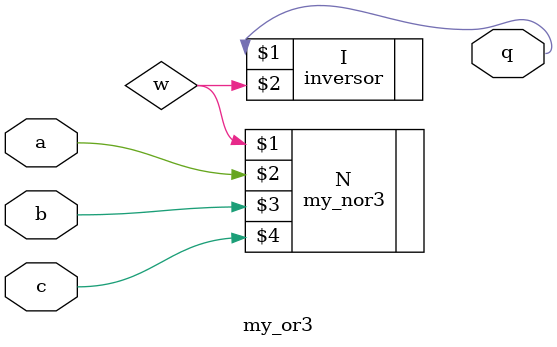
<source format=v>
module my_or3(q, a, b, c);

    input a;
    input b;
    input c;

    output q;
    wire w;

    my_nor3 N(w, a, b, c);
    inversor I(q, w);

endmodule

</source>
